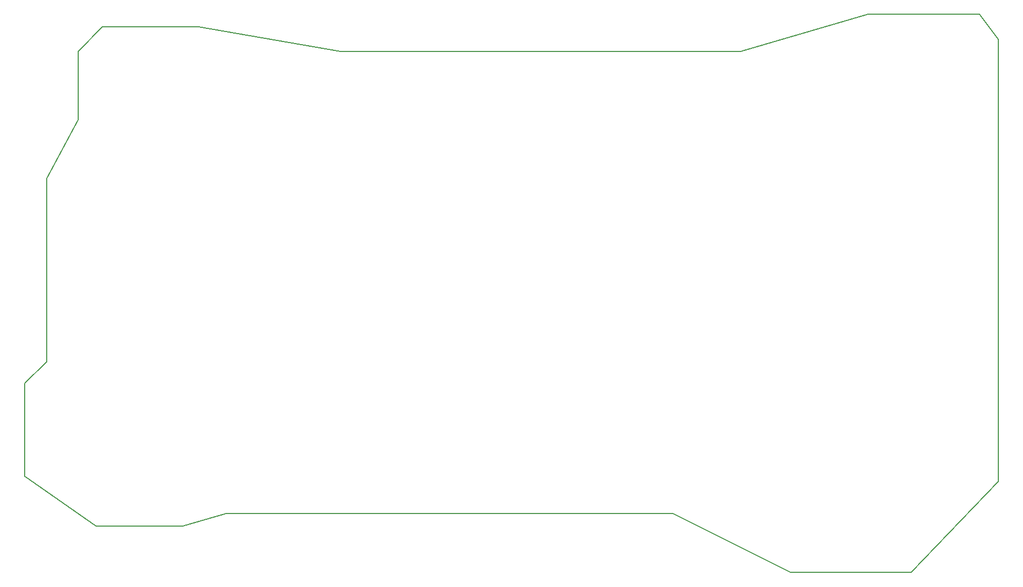
<source format=gbr>
%TF.GenerationSoftware,KiCad,Pcbnew,(6.0.4)*%
%TF.CreationDate,2022-04-18T00:49:10+02:00*%
%TF.ProjectId,ErgoTravel,4572676f-5472-4617-9665-6c2e6b696361,rev?*%
%TF.SameCoordinates,Original*%
%TF.FileFunction,Profile,NP*%
%FSLAX46Y46*%
G04 Gerber Fmt 4.6, Leading zero omitted, Abs format (unit mm)*
G04 Created by KiCad (PCBNEW (6.0.4)) date 2022-04-18 00:49:10*
%MOMM*%
%LPD*%
G01*
G04 APERTURE LIST*
%TA.AperFunction,Profile*%
%ADD10C,0.150000*%
%TD*%
G04 APERTURE END LIST*
D10*
X70777978Y-103807198D02*
X74277978Y-100307198D01*
X70777978Y-118807198D02*
X70777978Y-103807198D01*
X175277978Y-124807198D02*
X194277978Y-134307198D01*
X82277978Y-126803480D02*
X96277978Y-126807198D01*
X74277978Y-70807198D02*
X74277978Y-100307198D01*
X83277978Y-46307198D02*
X79430000Y-50307198D01*
X194277978Y-134307198D02*
X213777978Y-134307198D01*
X227777978Y-119632028D02*
X227777978Y-48307198D01*
X70777978Y-118807198D02*
X82277978Y-126803480D01*
X224777978Y-44307198D02*
X227777978Y-48307198D01*
X186277978Y-50307198D02*
X206777978Y-44307198D01*
X96277978Y-126807198D02*
X103277978Y-124807198D01*
X175277978Y-124807198D02*
X103277978Y-124807198D01*
X79430000Y-50307198D02*
X79430000Y-61307198D01*
X74277978Y-70807198D02*
X79430000Y-61307198D01*
X98777978Y-46307198D02*
X83277978Y-46307198D01*
X206777978Y-44307198D02*
X224777978Y-44307198D01*
X121705000Y-50307198D02*
X98777978Y-46307198D01*
X186277978Y-50307198D02*
X121705000Y-50307198D01*
X213777978Y-134307198D02*
X227777978Y-119632028D01*
M02*

</source>
